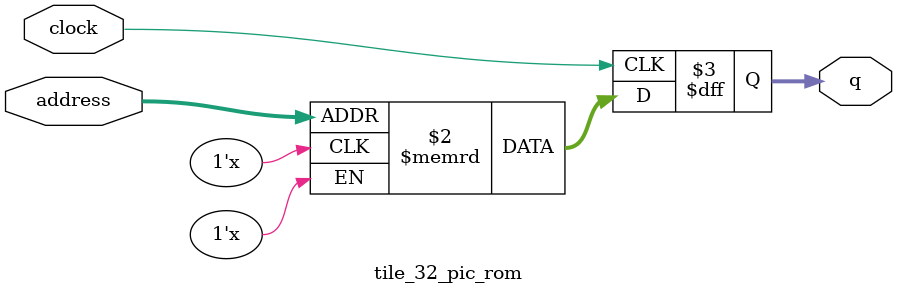
<source format=sv>
module tile_32_pic_rom (
	input logic clock,
	input logic [11:0] address,
	output logic [4:0] q
);

logic [4:0] memory [0:3071] /* synthesis ram_init_file = "./32 tile drawing/32 tile drawing.mif" */;

always_ff @ (posedge clock) begin
	q <= memory[address];
end

endmodule

</source>
